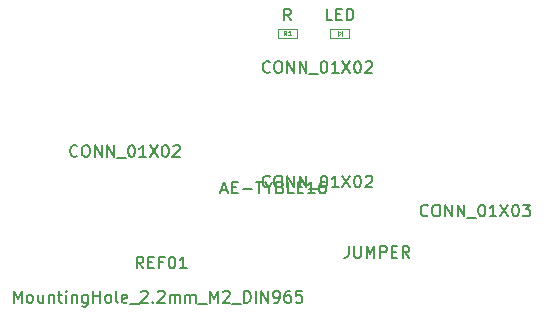
<source format=gbr>
G04 #@! TF.FileFunction,Other,Fab,Top*
%FSLAX46Y46*%
G04 Gerber Fmt 4.6, Leading zero omitted, Abs format (unit mm)*
G04 Created by KiCad (PCBNEW 4.0.1-stable) date 2019/04/06 0:17:03*
%MOMM*%
G01*
G04 APERTURE LIST*
%ADD10C,0.100000*%
%ADD11C,0.150000*%
%ADD12C,0.075000*%
G04 APERTURE END LIST*
D10*
X166300000Y-93900000D02*
X166300000Y-93500000D01*
X166250000Y-93700000D02*
X165950000Y-93900000D01*
X165950000Y-93500000D02*
X166250000Y-93700000D01*
X165950000Y-93900000D02*
X165950000Y-93500000D01*
X165300000Y-93300000D02*
X166900000Y-93300000D01*
X165300000Y-94100000D02*
X165300000Y-93300000D01*
X166900000Y-94100000D02*
X165300000Y-94100000D01*
X166900000Y-94100000D02*
X166900000Y-93300000D01*
X162450000Y-93300000D02*
X162450000Y-94100000D01*
X160850000Y-93300000D02*
X162450000Y-93300000D01*
X160850000Y-94100000D02*
X160850000Y-93300000D01*
X162450000Y-94100000D02*
X160850000Y-94100000D01*
D11*
X173561191Y-109107143D02*
X173513572Y-109154762D01*
X173370715Y-109202381D01*
X173275477Y-109202381D01*
X173132619Y-109154762D01*
X173037381Y-109059524D01*
X172989762Y-108964286D01*
X172942143Y-108773810D01*
X172942143Y-108630952D01*
X172989762Y-108440476D01*
X173037381Y-108345238D01*
X173132619Y-108250000D01*
X173275477Y-108202381D01*
X173370715Y-108202381D01*
X173513572Y-108250000D01*
X173561191Y-108297619D01*
X174180238Y-108202381D02*
X174370715Y-108202381D01*
X174465953Y-108250000D01*
X174561191Y-108345238D01*
X174608810Y-108535714D01*
X174608810Y-108869048D01*
X174561191Y-109059524D01*
X174465953Y-109154762D01*
X174370715Y-109202381D01*
X174180238Y-109202381D01*
X174085000Y-109154762D01*
X173989762Y-109059524D01*
X173942143Y-108869048D01*
X173942143Y-108535714D01*
X173989762Y-108345238D01*
X174085000Y-108250000D01*
X174180238Y-108202381D01*
X175037381Y-109202381D02*
X175037381Y-108202381D01*
X175608810Y-109202381D01*
X175608810Y-108202381D01*
X176085000Y-109202381D02*
X176085000Y-108202381D01*
X176656429Y-109202381D01*
X176656429Y-108202381D01*
X176894524Y-109297619D02*
X177656429Y-109297619D01*
X178085000Y-108202381D02*
X178180239Y-108202381D01*
X178275477Y-108250000D01*
X178323096Y-108297619D01*
X178370715Y-108392857D01*
X178418334Y-108583333D01*
X178418334Y-108821429D01*
X178370715Y-109011905D01*
X178323096Y-109107143D01*
X178275477Y-109154762D01*
X178180239Y-109202381D01*
X178085000Y-109202381D01*
X177989762Y-109154762D01*
X177942143Y-109107143D01*
X177894524Y-109011905D01*
X177846905Y-108821429D01*
X177846905Y-108583333D01*
X177894524Y-108392857D01*
X177942143Y-108297619D01*
X177989762Y-108250000D01*
X178085000Y-108202381D01*
X179370715Y-109202381D02*
X178799286Y-109202381D01*
X179085000Y-109202381D02*
X179085000Y-108202381D01*
X178989762Y-108345238D01*
X178894524Y-108440476D01*
X178799286Y-108488095D01*
X179704048Y-108202381D02*
X180370715Y-109202381D01*
X180370715Y-108202381D02*
X179704048Y-109202381D01*
X180942143Y-108202381D02*
X181037382Y-108202381D01*
X181132620Y-108250000D01*
X181180239Y-108297619D01*
X181227858Y-108392857D01*
X181275477Y-108583333D01*
X181275477Y-108821429D01*
X181227858Y-109011905D01*
X181180239Y-109107143D01*
X181132620Y-109154762D01*
X181037382Y-109202381D01*
X180942143Y-109202381D01*
X180846905Y-109154762D01*
X180799286Y-109107143D01*
X180751667Y-109011905D01*
X180704048Y-108821429D01*
X180704048Y-108583333D01*
X180751667Y-108392857D01*
X180799286Y-108297619D01*
X180846905Y-108250000D01*
X180942143Y-108202381D01*
X181608810Y-108202381D02*
X182227858Y-108202381D01*
X181894524Y-108583333D01*
X182037382Y-108583333D01*
X182132620Y-108630952D01*
X182180239Y-108678571D01*
X182227858Y-108773810D01*
X182227858Y-109011905D01*
X182180239Y-109107143D01*
X182132620Y-109154762D01*
X182037382Y-109202381D01*
X181751667Y-109202381D01*
X181656429Y-109154762D01*
X181608810Y-109107143D01*
X138509524Y-116502381D02*
X138509524Y-115502381D01*
X138842858Y-116216667D01*
X139176191Y-115502381D01*
X139176191Y-116502381D01*
X139795238Y-116502381D02*
X139700000Y-116454762D01*
X139652381Y-116407143D01*
X139604762Y-116311905D01*
X139604762Y-116026190D01*
X139652381Y-115930952D01*
X139700000Y-115883333D01*
X139795238Y-115835714D01*
X139938096Y-115835714D01*
X140033334Y-115883333D01*
X140080953Y-115930952D01*
X140128572Y-116026190D01*
X140128572Y-116311905D01*
X140080953Y-116407143D01*
X140033334Y-116454762D01*
X139938096Y-116502381D01*
X139795238Y-116502381D01*
X140985715Y-115835714D02*
X140985715Y-116502381D01*
X140557143Y-115835714D02*
X140557143Y-116359524D01*
X140604762Y-116454762D01*
X140700000Y-116502381D01*
X140842858Y-116502381D01*
X140938096Y-116454762D01*
X140985715Y-116407143D01*
X141461905Y-115835714D02*
X141461905Y-116502381D01*
X141461905Y-115930952D02*
X141509524Y-115883333D01*
X141604762Y-115835714D01*
X141747620Y-115835714D01*
X141842858Y-115883333D01*
X141890477Y-115978571D01*
X141890477Y-116502381D01*
X142223810Y-115835714D02*
X142604762Y-115835714D01*
X142366667Y-115502381D02*
X142366667Y-116359524D01*
X142414286Y-116454762D01*
X142509524Y-116502381D01*
X142604762Y-116502381D01*
X142938096Y-116502381D02*
X142938096Y-115835714D01*
X142938096Y-115502381D02*
X142890477Y-115550000D01*
X142938096Y-115597619D01*
X142985715Y-115550000D01*
X142938096Y-115502381D01*
X142938096Y-115597619D01*
X143414286Y-115835714D02*
X143414286Y-116502381D01*
X143414286Y-115930952D02*
X143461905Y-115883333D01*
X143557143Y-115835714D01*
X143700001Y-115835714D01*
X143795239Y-115883333D01*
X143842858Y-115978571D01*
X143842858Y-116502381D01*
X144747620Y-115835714D02*
X144747620Y-116645238D01*
X144700001Y-116740476D01*
X144652382Y-116788095D01*
X144557143Y-116835714D01*
X144414286Y-116835714D01*
X144319048Y-116788095D01*
X144747620Y-116454762D02*
X144652382Y-116502381D01*
X144461905Y-116502381D01*
X144366667Y-116454762D01*
X144319048Y-116407143D01*
X144271429Y-116311905D01*
X144271429Y-116026190D01*
X144319048Y-115930952D01*
X144366667Y-115883333D01*
X144461905Y-115835714D01*
X144652382Y-115835714D01*
X144747620Y-115883333D01*
X145223810Y-116502381D02*
X145223810Y-115502381D01*
X145223810Y-115978571D02*
X145795239Y-115978571D01*
X145795239Y-116502381D02*
X145795239Y-115502381D01*
X146414286Y-116502381D02*
X146319048Y-116454762D01*
X146271429Y-116407143D01*
X146223810Y-116311905D01*
X146223810Y-116026190D01*
X146271429Y-115930952D01*
X146319048Y-115883333D01*
X146414286Y-115835714D01*
X146557144Y-115835714D01*
X146652382Y-115883333D01*
X146700001Y-115930952D01*
X146747620Y-116026190D01*
X146747620Y-116311905D01*
X146700001Y-116407143D01*
X146652382Y-116454762D01*
X146557144Y-116502381D01*
X146414286Y-116502381D01*
X147319048Y-116502381D02*
X147223810Y-116454762D01*
X147176191Y-116359524D01*
X147176191Y-115502381D01*
X148080954Y-116454762D02*
X147985716Y-116502381D01*
X147795239Y-116502381D01*
X147700001Y-116454762D01*
X147652382Y-116359524D01*
X147652382Y-115978571D01*
X147700001Y-115883333D01*
X147795239Y-115835714D01*
X147985716Y-115835714D01*
X148080954Y-115883333D01*
X148128573Y-115978571D01*
X148128573Y-116073810D01*
X147652382Y-116169048D01*
X148319049Y-116597619D02*
X149080954Y-116597619D01*
X149271430Y-115597619D02*
X149319049Y-115550000D01*
X149414287Y-115502381D01*
X149652383Y-115502381D01*
X149747621Y-115550000D01*
X149795240Y-115597619D01*
X149842859Y-115692857D01*
X149842859Y-115788095D01*
X149795240Y-115930952D01*
X149223811Y-116502381D01*
X149842859Y-116502381D01*
X150271430Y-116407143D02*
X150319049Y-116454762D01*
X150271430Y-116502381D01*
X150223811Y-116454762D01*
X150271430Y-116407143D01*
X150271430Y-116502381D01*
X150700001Y-115597619D02*
X150747620Y-115550000D01*
X150842858Y-115502381D01*
X151080954Y-115502381D01*
X151176192Y-115550000D01*
X151223811Y-115597619D01*
X151271430Y-115692857D01*
X151271430Y-115788095D01*
X151223811Y-115930952D01*
X150652382Y-116502381D01*
X151271430Y-116502381D01*
X151700001Y-116502381D02*
X151700001Y-115835714D01*
X151700001Y-115930952D02*
X151747620Y-115883333D01*
X151842858Y-115835714D01*
X151985716Y-115835714D01*
X152080954Y-115883333D01*
X152128573Y-115978571D01*
X152128573Y-116502381D01*
X152128573Y-115978571D02*
X152176192Y-115883333D01*
X152271430Y-115835714D01*
X152414287Y-115835714D01*
X152509525Y-115883333D01*
X152557144Y-115978571D01*
X152557144Y-116502381D01*
X153033334Y-116502381D02*
X153033334Y-115835714D01*
X153033334Y-115930952D02*
X153080953Y-115883333D01*
X153176191Y-115835714D01*
X153319049Y-115835714D01*
X153414287Y-115883333D01*
X153461906Y-115978571D01*
X153461906Y-116502381D01*
X153461906Y-115978571D02*
X153509525Y-115883333D01*
X153604763Y-115835714D01*
X153747620Y-115835714D01*
X153842858Y-115883333D01*
X153890477Y-115978571D01*
X153890477Y-116502381D01*
X154128572Y-116597619D02*
X154890477Y-116597619D01*
X155128572Y-116502381D02*
X155128572Y-115502381D01*
X155461906Y-116216667D01*
X155795239Y-115502381D01*
X155795239Y-116502381D01*
X156223810Y-115597619D02*
X156271429Y-115550000D01*
X156366667Y-115502381D01*
X156604763Y-115502381D01*
X156700001Y-115550000D01*
X156747620Y-115597619D01*
X156795239Y-115692857D01*
X156795239Y-115788095D01*
X156747620Y-115930952D01*
X156176191Y-116502381D01*
X156795239Y-116502381D01*
X156985715Y-116597619D02*
X157747620Y-116597619D01*
X157985715Y-116502381D02*
X157985715Y-115502381D01*
X158223810Y-115502381D01*
X158366668Y-115550000D01*
X158461906Y-115645238D01*
X158509525Y-115740476D01*
X158557144Y-115930952D01*
X158557144Y-116073810D01*
X158509525Y-116264286D01*
X158461906Y-116359524D01*
X158366668Y-116454762D01*
X158223810Y-116502381D01*
X157985715Y-116502381D01*
X158985715Y-116502381D02*
X158985715Y-115502381D01*
X159461905Y-116502381D02*
X159461905Y-115502381D01*
X160033334Y-116502381D01*
X160033334Y-115502381D01*
X160557143Y-116502381D02*
X160747619Y-116502381D01*
X160842858Y-116454762D01*
X160890477Y-116407143D01*
X160985715Y-116264286D01*
X161033334Y-116073810D01*
X161033334Y-115692857D01*
X160985715Y-115597619D01*
X160938096Y-115550000D01*
X160842858Y-115502381D01*
X160652381Y-115502381D01*
X160557143Y-115550000D01*
X160509524Y-115597619D01*
X160461905Y-115692857D01*
X160461905Y-115930952D01*
X160509524Y-116026190D01*
X160557143Y-116073810D01*
X160652381Y-116121429D01*
X160842858Y-116121429D01*
X160938096Y-116073810D01*
X160985715Y-116026190D01*
X161033334Y-115930952D01*
X161890477Y-115502381D02*
X161700000Y-115502381D01*
X161604762Y-115550000D01*
X161557143Y-115597619D01*
X161461905Y-115740476D01*
X161414286Y-115930952D01*
X161414286Y-116311905D01*
X161461905Y-116407143D01*
X161509524Y-116454762D01*
X161604762Y-116502381D01*
X161795239Y-116502381D01*
X161890477Y-116454762D01*
X161938096Y-116407143D01*
X161985715Y-116311905D01*
X161985715Y-116073810D01*
X161938096Y-115978571D01*
X161890477Y-115930952D01*
X161795239Y-115883333D01*
X161604762Y-115883333D01*
X161509524Y-115930952D01*
X161461905Y-115978571D01*
X161414286Y-116073810D01*
X162890477Y-115502381D02*
X162414286Y-115502381D01*
X162366667Y-115978571D01*
X162414286Y-115930952D01*
X162509524Y-115883333D01*
X162747620Y-115883333D01*
X162842858Y-115930952D01*
X162890477Y-115978571D01*
X162938096Y-116073810D01*
X162938096Y-116311905D01*
X162890477Y-116407143D01*
X162842858Y-116454762D01*
X162747620Y-116502381D01*
X162509524Y-116502381D01*
X162414286Y-116454762D01*
X162366667Y-116407143D01*
X149476191Y-113602381D02*
X149142857Y-113126190D01*
X148904762Y-113602381D02*
X148904762Y-112602381D01*
X149285715Y-112602381D01*
X149380953Y-112650000D01*
X149428572Y-112697619D01*
X149476191Y-112792857D01*
X149476191Y-112935714D01*
X149428572Y-113030952D01*
X149380953Y-113078571D01*
X149285715Y-113126190D01*
X148904762Y-113126190D01*
X149904762Y-113078571D02*
X150238096Y-113078571D01*
X150380953Y-113602381D02*
X149904762Y-113602381D01*
X149904762Y-112602381D01*
X150380953Y-112602381D01*
X151142858Y-113078571D02*
X150809524Y-113078571D01*
X150809524Y-113602381D02*
X150809524Y-112602381D01*
X151285715Y-112602381D01*
X151857143Y-112602381D02*
X151952382Y-112602381D01*
X152047620Y-112650000D01*
X152095239Y-112697619D01*
X152142858Y-112792857D01*
X152190477Y-112983333D01*
X152190477Y-113221429D01*
X152142858Y-113411905D01*
X152095239Y-113507143D01*
X152047620Y-113554762D01*
X151952382Y-113602381D01*
X151857143Y-113602381D01*
X151761905Y-113554762D01*
X151714286Y-113507143D01*
X151666667Y-113411905D01*
X151619048Y-113221429D01*
X151619048Y-112983333D01*
X151666667Y-112792857D01*
X151714286Y-112697619D01*
X151761905Y-112650000D01*
X151857143Y-112602381D01*
X153142858Y-113602381D02*
X152571429Y-113602381D01*
X152857143Y-113602381D02*
X152857143Y-112602381D01*
X152761905Y-112745238D01*
X152666667Y-112840476D01*
X152571429Y-112888095D01*
X160191191Y-106647143D02*
X160143572Y-106694762D01*
X160000715Y-106742381D01*
X159905477Y-106742381D01*
X159762619Y-106694762D01*
X159667381Y-106599524D01*
X159619762Y-106504286D01*
X159572143Y-106313810D01*
X159572143Y-106170952D01*
X159619762Y-105980476D01*
X159667381Y-105885238D01*
X159762619Y-105790000D01*
X159905477Y-105742381D01*
X160000715Y-105742381D01*
X160143572Y-105790000D01*
X160191191Y-105837619D01*
X160810238Y-105742381D02*
X161000715Y-105742381D01*
X161095953Y-105790000D01*
X161191191Y-105885238D01*
X161238810Y-106075714D01*
X161238810Y-106409048D01*
X161191191Y-106599524D01*
X161095953Y-106694762D01*
X161000715Y-106742381D01*
X160810238Y-106742381D01*
X160715000Y-106694762D01*
X160619762Y-106599524D01*
X160572143Y-106409048D01*
X160572143Y-106075714D01*
X160619762Y-105885238D01*
X160715000Y-105790000D01*
X160810238Y-105742381D01*
X161667381Y-106742381D02*
X161667381Y-105742381D01*
X162238810Y-106742381D01*
X162238810Y-105742381D01*
X162715000Y-106742381D02*
X162715000Y-105742381D01*
X163286429Y-106742381D01*
X163286429Y-105742381D01*
X163524524Y-106837619D02*
X164286429Y-106837619D01*
X164715000Y-105742381D02*
X164810239Y-105742381D01*
X164905477Y-105790000D01*
X164953096Y-105837619D01*
X165000715Y-105932857D01*
X165048334Y-106123333D01*
X165048334Y-106361429D01*
X165000715Y-106551905D01*
X164953096Y-106647143D01*
X164905477Y-106694762D01*
X164810239Y-106742381D01*
X164715000Y-106742381D01*
X164619762Y-106694762D01*
X164572143Y-106647143D01*
X164524524Y-106551905D01*
X164476905Y-106361429D01*
X164476905Y-106123333D01*
X164524524Y-105932857D01*
X164572143Y-105837619D01*
X164619762Y-105790000D01*
X164715000Y-105742381D01*
X166000715Y-106742381D02*
X165429286Y-106742381D01*
X165715000Y-106742381D02*
X165715000Y-105742381D01*
X165619762Y-105885238D01*
X165524524Y-105980476D01*
X165429286Y-106028095D01*
X166334048Y-105742381D02*
X167000715Y-106742381D01*
X167000715Y-105742381D02*
X166334048Y-106742381D01*
X167572143Y-105742381D02*
X167667382Y-105742381D01*
X167762620Y-105790000D01*
X167810239Y-105837619D01*
X167857858Y-105932857D01*
X167905477Y-106123333D01*
X167905477Y-106361429D01*
X167857858Y-106551905D01*
X167810239Y-106647143D01*
X167762620Y-106694762D01*
X167667382Y-106742381D01*
X167572143Y-106742381D01*
X167476905Y-106694762D01*
X167429286Y-106647143D01*
X167381667Y-106551905D01*
X167334048Y-106361429D01*
X167334048Y-106123333D01*
X167381667Y-105932857D01*
X167429286Y-105837619D01*
X167476905Y-105790000D01*
X167572143Y-105742381D01*
X168286429Y-105837619D02*
X168334048Y-105790000D01*
X168429286Y-105742381D01*
X168667382Y-105742381D01*
X168762620Y-105790000D01*
X168810239Y-105837619D01*
X168857858Y-105932857D01*
X168857858Y-106028095D01*
X168810239Y-106170952D01*
X168238810Y-106742381D01*
X168857858Y-106742381D01*
X160191191Y-96947143D02*
X160143572Y-96994762D01*
X160000715Y-97042381D01*
X159905477Y-97042381D01*
X159762619Y-96994762D01*
X159667381Y-96899524D01*
X159619762Y-96804286D01*
X159572143Y-96613810D01*
X159572143Y-96470952D01*
X159619762Y-96280476D01*
X159667381Y-96185238D01*
X159762619Y-96090000D01*
X159905477Y-96042381D01*
X160000715Y-96042381D01*
X160143572Y-96090000D01*
X160191191Y-96137619D01*
X160810238Y-96042381D02*
X161000715Y-96042381D01*
X161095953Y-96090000D01*
X161191191Y-96185238D01*
X161238810Y-96375714D01*
X161238810Y-96709048D01*
X161191191Y-96899524D01*
X161095953Y-96994762D01*
X161000715Y-97042381D01*
X160810238Y-97042381D01*
X160715000Y-96994762D01*
X160619762Y-96899524D01*
X160572143Y-96709048D01*
X160572143Y-96375714D01*
X160619762Y-96185238D01*
X160715000Y-96090000D01*
X160810238Y-96042381D01*
X161667381Y-97042381D02*
X161667381Y-96042381D01*
X162238810Y-97042381D01*
X162238810Y-96042381D01*
X162715000Y-97042381D02*
X162715000Y-96042381D01*
X163286429Y-97042381D01*
X163286429Y-96042381D01*
X163524524Y-97137619D02*
X164286429Y-97137619D01*
X164715000Y-96042381D02*
X164810239Y-96042381D01*
X164905477Y-96090000D01*
X164953096Y-96137619D01*
X165000715Y-96232857D01*
X165048334Y-96423333D01*
X165048334Y-96661429D01*
X165000715Y-96851905D01*
X164953096Y-96947143D01*
X164905477Y-96994762D01*
X164810239Y-97042381D01*
X164715000Y-97042381D01*
X164619762Y-96994762D01*
X164572143Y-96947143D01*
X164524524Y-96851905D01*
X164476905Y-96661429D01*
X164476905Y-96423333D01*
X164524524Y-96232857D01*
X164572143Y-96137619D01*
X164619762Y-96090000D01*
X164715000Y-96042381D01*
X166000715Y-97042381D02*
X165429286Y-97042381D01*
X165715000Y-97042381D02*
X165715000Y-96042381D01*
X165619762Y-96185238D01*
X165524524Y-96280476D01*
X165429286Y-96328095D01*
X166334048Y-96042381D02*
X167000715Y-97042381D01*
X167000715Y-96042381D02*
X166334048Y-97042381D01*
X167572143Y-96042381D02*
X167667382Y-96042381D01*
X167762620Y-96090000D01*
X167810239Y-96137619D01*
X167857858Y-96232857D01*
X167905477Y-96423333D01*
X167905477Y-96661429D01*
X167857858Y-96851905D01*
X167810239Y-96947143D01*
X167762620Y-96994762D01*
X167667382Y-97042381D01*
X167572143Y-97042381D01*
X167476905Y-96994762D01*
X167429286Y-96947143D01*
X167381667Y-96851905D01*
X167334048Y-96661429D01*
X167334048Y-96423333D01*
X167381667Y-96232857D01*
X167429286Y-96137619D01*
X167476905Y-96090000D01*
X167572143Y-96042381D01*
X168286429Y-96137619D02*
X168334048Y-96090000D01*
X168429286Y-96042381D01*
X168667382Y-96042381D01*
X168762620Y-96090000D01*
X168810239Y-96137619D01*
X168857858Y-96232857D01*
X168857858Y-96328095D01*
X168810239Y-96470952D01*
X168238810Y-97042381D01*
X168857858Y-97042381D01*
X143891191Y-104072143D02*
X143843572Y-104119762D01*
X143700715Y-104167381D01*
X143605477Y-104167381D01*
X143462619Y-104119762D01*
X143367381Y-104024524D01*
X143319762Y-103929286D01*
X143272143Y-103738810D01*
X143272143Y-103595952D01*
X143319762Y-103405476D01*
X143367381Y-103310238D01*
X143462619Y-103215000D01*
X143605477Y-103167381D01*
X143700715Y-103167381D01*
X143843572Y-103215000D01*
X143891191Y-103262619D01*
X144510238Y-103167381D02*
X144700715Y-103167381D01*
X144795953Y-103215000D01*
X144891191Y-103310238D01*
X144938810Y-103500714D01*
X144938810Y-103834048D01*
X144891191Y-104024524D01*
X144795953Y-104119762D01*
X144700715Y-104167381D01*
X144510238Y-104167381D01*
X144415000Y-104119762D01*
X144319762Y-104024524D01*
X144272143Y-103834048D01*
X144272143Y-103500714D01*
X144319762Y-103310238D01*
X144415000Y-103215000D01*
X144510238Y-103167381D01*
X145367381Y-104167381D02*
X145367381Y-103167381D01*
X145938810Y-104167381D01*
X145938810Y-103167381D01*
X146415000Y-104167381D02*
X146415000Y-103167381D01*
X146986429Y-104167381D01*
X146986429Y-103167381D01*
X147224524Y-104262619D02*
X147986429Y-104262619D01*
X148415000Y-103167381D02*
X148510239Y-103167381D01*
X148605477Y-103215000D01*
X148653096Y-103262619D01*
X148700715Y-103357857D01*
X148748334Y-103548333D01*
X148748334Y-103786429D01*
X148700715Y-103976905D01*
X148653096Y-104072143D01*
X148605477Y-104119762D01*
X148510239Y-104167381D01*
X148415000Y-104167381D01*
X148319762Y-104119762D01*
X148272143Y-104072143D01*
X148224524Y-103976905D01*
X148176905Y-103786429D01*
X148176905Y-103548333D01*
X148224524Y-103357857D01*
X148272143Y-103262619D01*
X148319762Y-103215000D01*
X148415000Y-103167381D01*
X149700715Y-104167381D02*
X149129286Y-104167381D01*
X149415000Y-104167381D02*
X149415000Y-103167381D01*
X149319762Y-103310238D01*
X149224524Y-103405476D01*
X149129286Y-103453095D01*
X150034048Y-103167381D02*
X150700715Y-104167381D01*
X150700715Y-103167381D02*
X150034048Y-104167381D01*
X151272143Y-103167381D02*
X151367382Y-103167381D01*
X151462620Y-103215000D01*
X151510239Y-103262619D01*
X151557858Y-103357857D01*
X151605477Y-103548333D01*
X151605477Y-103786429D01*
X151557858Y-103976905D01*
X151510239Y-104072143D01*
X151462620Y-104119762D01*
X151367382Y-104167381D01*
X151272143Y-104167381D01*
X151176905Y-104119762D01*
X151129286Y-104072143D01*
X151081667Y-103976905D01*
X151034048Y-103786429D01*
X151034048Y-103548333D01*
X151081667Y-103357857D01*
X151129286Y-103262619D01*
X151176905Y-103215000D01*
X151272143Y-103167381D01*
X151986429Y-103262619D02*
X152034048Y-103215000D01*
X152129286Y-103167381D01*
X152367382Y-103167381D01*
X152462620Y-103215000D01*
X152510239Y-103262619D01*
X152557858Y-103357857D01*
X152557858Y-103453095D01*
X152510239Y-103595952D01*
X151938810Y-104167381D01*
X152557858Y-104167381D01*
X156071428Y-106966667D02*
X156547619Y-106966667D01*
X155976190Y-107252381D02*
X156309523Y-106252381D01*
X156642857Y-107252381D01*
X156976190Y-106728571D02*
X157309524Y-106728571D01*
X157452381Y-107252381D02*
X156976190Y-107252381D01*
X156976190Y-106252381D01*
X157452381Y-106252381D01*
X157880952Y-106871429D02*
X158642857Y-106871429D01*
X158976190Y-106252381D02*
X159547619Y-106252381D01*
X159261904Y-107252381D02*
X159261904Y-106252381D01*
X160071428Y-106776190D02*
X160071428Y-107252381D01*
X159738095Y-106252381D02*
X160071428Y-106776190D01*
X160404762Y-106252381D01*
X161071429Y-106728571D02*
X161214286Y-106776190D01*
X161261905Y-106823810D01*
X161309524Y-106919048D01*
X161309524Y-107061905D01*
X161261905Y-107157143D01*
X161214286Y-107204762D01*
X161119048Y-107252381D01*
X160738095Y-107252381D01*
X160738095Y-106252381D01*
X161071429Y-106252381D01*
X161166667Y-106300000D01*
X161214286Y-106347619D01*
X161261905Y-106442857D01*
X161261905Y-106538095D01*
X161214286Y-106633333D01*
X161166667Y-106680952D01*
X161071429Y-106728571D01*
X160738095Y-106728571D01*
X162214286Y-107252381D02*
X161738095Y-107252381D01*
X161738095Y-106252381D01*
X162547619Y-106728571D02*
X162880953Y-106728571D01*
X163023810Y-107252381D02*
X162547619Y-107252381D01*
X162547619Y-106252381D01*
X163023810Y-106252381D01*
X163976191Y-107252381D02*
X163404762Y-107252381D01*
X163690476Y-107252381D02*
X163690476Y-106252381D01*
X163595238Y-106395238D01*
X163500000Y-106490476D01*
X163404762Y-106538095D01*
X164833334Y-106252381D02*
X164642857Y-106252381D01*
X164547619Y-106300000D01*
X164500000Y-106347619D01*
X164404762Y-106490476D01*
X164357143Y-106680952D01*
X164357143Y-107061905D01*
X164404762Y-107157143D01*
X164452381Y-107204762D01*
X164547619Y-107252381D01*
X164738096Y-107252381D01*
X164833334Y-107204762D01*
X164880953Y-107157143D01*
X164928572Y-107061905D01*
X164928572Y-106823810D01*
X164880953Y-106728571D01*
X164833334Y-106680952D01*
X164738096Y-106633333D01*
X164547619Y-106633333D01*
X164452381Y-106680952D01*
X164404762Y-106728571D01*
X164357143Y-106823810D01*
X165457143Y-92602381D02*
X164980952Y-92602381D01*
X164980952Y-91602381D01*
X165790476Y-92078571D02*
X166123810Y-92078571D01*
X166266667Y-92602381D02*
X165790476Y-92602381D01*
X165790476Y-91602381D01*
X166266667Y-91602381D01*
X166695238Y-92602381D02*
X166695238Y-91602381D01*
X166933333Y-91602381D01*
X167076191Y-91650000D01*
X167171429Y-91745238D01*
X167219048Y-91840476D01*
X167266667Y-92030952D01*
X167266667Y-92173810D01*
X167219048Y-92364286D01*
X167171429Y-92459524D01*
X167076191Y-92554762D01*
X166933333Y-92602381D01*
X166695238Y-92602381D01*
X161959524Y-92602381D02*
X161626190Y-92126190D01*
X161388095Y-92602381D02*
X161388095Y-91602381D01*
X161769048Y-91602381D01*
X161864286Y-91650000D01*
X161911905Y-91697619D01*
X161959524Y-91792857D01*
X161959524Y-91935714D01*
X161911905Y-92030952D01*
X161864286Y-92078571D01*
X161769048Y-92126190D01*
X161388095Y-92126190D01*
D12*
X161583334Y-93880952D02*
X161450000Y-93690476D01*
X161354762Y-93880952D02*
X161354762Y-93480952D01*
X161507143Y-93480952D01*
X161545238Y-93500000D01*
X161564286Y-93519048D01*
X161583334Y-93557143D01*
X161583334Y-93614286D01*
X161564286Y-93652381D01*
X161545238Y-93671429D01*
X161507143Y-93690476D01*
X161354762Y-93690476D01*
X161964286Y-93880952D02*
X161735714Y-93880952D01*
X161850000Y-93880952D02*
X161850000Y-93480952D01*
X161811905Y-93538095D01*
X161773810Y-93576190D01*
X161735714Y-93595238D01*
D11*
X166845239Y-111702381D02*
X166845239Y-112416667D01*
X166797619Y-112559524D01*
X166702381Y-112654762D01*
X166559524Y-112702381D01*
X166464286Y-112702381D01*
X167321429Y-111702381D02*
X167321429Y-112511905D01*
X167369048Y-112607143D01*
X167416667Y-112654762D01*
X167511905Y-112702381D01*
X167702382Y-112702381D01*
X167797620Y-112654762D01*
X167845239Y-112607143D01*
X167892858Y-112511905D01*
X167892858Y-111702381D01*
X168369048Y-112702381D02*
X168369048Y-111702381D01*
X168702382Y-112416667D01*
X169035715Y-111702381D01*
X169035715Y-112702381D01*
X169511905Y-112702381D02*
X169511905Y-111702381D01*
X169892858Y-111702381D01*
X169988096Y-111750000D01*
X170035715Y-111797619D01*
X170083334Y-111892857D01*
X170083334Y-112035714D01*
X170035715Y-112130952D01*
X169988096Y-112178571D01*
X169892858Y-112226190D01*
X169511905Y-112226190D01*
X170511905Y-112178571D02*
X170845239Y-112178571D01*
X170988096Y-112702381D02*
X170511905Y-112702381D01*
X170511905Y-111702381D01*
X170988096Y-111702381D01*
X171988096Y-112702381D02*
X171654762Y-112226190D01*
X171416667Y-112702381D02*
X171416667Y-111702381D01*
X171797620Y-111702381D01*
X171892858Y-111750000D01*
X171940477Y-111797619D01*
X171988096Y-111892857D01*
X171988096Y-112035714D01*
X171940477Y-112130952D01*
X171892858Y-112178571D01*
X171797620Y-112226190D01*
X171416667Y-112226190D01*
M02*

</source>
